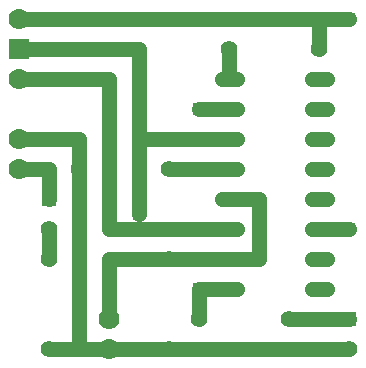
<source format=gbl>
G75*
%MOIN*%
%OFA0B0*%
%FSLAX25Y25*%
%IPPOS*%
%LPD*%
%AMOC8*
5,1,8,0,0,1.08239X$1,22.5*
%
%ADD10C,0.07000*%
%ADD11C,0.05543*%
%ADD12R,0.04756X0.04756*%
%ADD13C,0.05150*%
%ADD14R,0.07000X0.07000*%
%ADD15C,0.05000*%
%ADD16R,0.03962X0.03962*%
D10*
X0093318Y0034867D03*
X0093318Y0044867D03*
X0063318Y0094867D03*
X0063318Y0104867D03*
X0063318Y0124867D03*
X0063318Y0144867D03*
D11*
X0073318Y0034867D03*
X0113318Y0034867D03*
X0123318Y0044867D03*
X0113318Y0064867D03*
X0073318Y0064867D03*
X0073318Y0074867D03*
X0083318Y0094867D03*
X0113318Y0094867D03*
X0133318Y0134867D03*
X0163318Y0134867D03*
X0153318Y0044867D03*
X0173318Y0034867D03*
D12*
X0173318Y0044867D03*
X0073318Y0084867D03*
D13*
X0130743Y0084867D02*
X0135893Y0084867D01*
X0135893Y0094867D02*
X0130743Y0094867D01*
X0130743Y0104867D02*
X0135893Y0104867D01*
X0135893Y0114867D02*
X0130743Y0114867D01*
X0130743Y0124867D02*
X0135893Y0124867D01*
X0160743Y0124867D02*
X0165893Y0124867D01*
X0165893Y0114867D02*
X0160743Y0114867D01*
X0160743Y0104867D02*
X0165893Y0104867D01*
X0165893Y0094867D02*
X0160743Y0094867D01*
X0160743Y0084867D02*
X0165893Y0084867D01*
X0165893Y0074867D02*
X0160743Y0074867D01*
X0160743Y0064867D02*
X0165893Y0064867D01*
X0165893Y0054867D02*
X0160743Y0054867D01*
X0135893Y0054867D02*
X0130743Y0054867D01*
X0130743Y0064867D02*
X0135893Y0064867D01*
X0135893Y0074867D02*
X0130743Y0074867D01*
D14*
X0063318Y0134867D03*
D15*
X0103318Y0134867D01*
X0103318Y0104867D01*
X0103318Y0079867D01*
X0093318Y0074867D02*
X0133318Y0074867D01*
X0133318Y0064867D02*
X0143318Y0064867D01*
X0143318Y0084867D01*
X0133318Y0084867D01*
X0133318Y0094867D02*
X0113318Y0094867D01*
X0103318Y0104867D02*
X0133318Y0104867D01*
X0133318Y0114867D02*
X0123318Y0114867D01*
X0133318Y0124867D02*
X0133318Y0134867D01*
X0163318Y0134867D02*
X0163318Y0144867D01*
X0063318Y0144867D01*
X0063318Y0124867D02*
X0093318Y0124867D01*
X0093318Y0074867D01*
X0093318Y0064867D02*
X0113318Y0064867D01*
X0133318Y0064867D01*
X0133318Y0054867D02*
X0123318Y0054867D01*
X0123318Y0044867D01*
X0113318Y0034867D02*
X0103318Y0034867D01*
X0093318Y0034867D01*
X0073318Y0034867D01*
X0083318Y0034867D01*
X0083318Y0094867D01*
X0083318Y0104867D01*
X0063318Y0104867D01*
X0063318Y0094867D02*
X0073318Y0094867D01*
X0073318Y0084867D01*
X0073318Y0074867D02*
X0073318Y0064867D01*
X0093318Y0064867D02*
X0093318Y0044867D01*
X0113318Y0034867D02*
X0173318Y0034867D01*
X0173318Y0044867D02*
X0153318Y0044867D01*
X0163318Y0074867D02*
X0173318Y0074867D01*
X0173318Y0144867D02*
X0163318Y0144867D01*
D16*
X0173318Y0144867D03*
X0123318Y0114867D03*
X0103318Y0079867D03*
X0123318Y0054867D03*
X0103318Y0034867D03*
X0173318Y0074867D03*
M02*

</source>
